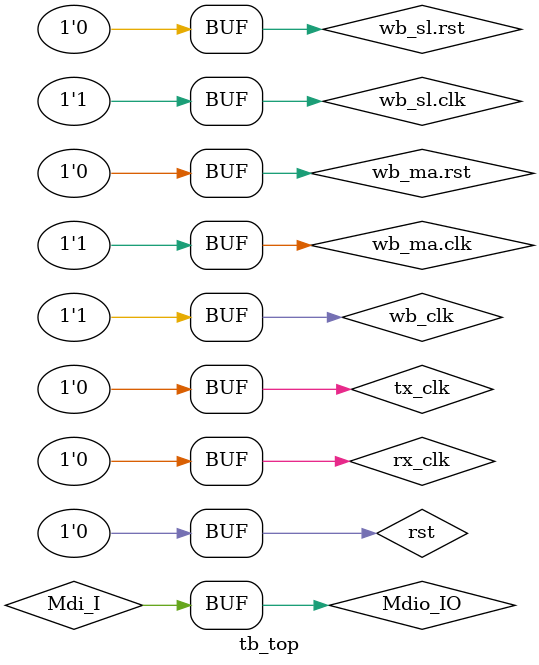
<source format=sv>


`include "timescale.v"

`include "wb_if.sv"

module tb_top;

// Clock and reset drivers
bit tx_clk = 0;
bit rx_clk = 0;
bit wb_clk;
bit rst = 0;


//
// Wishbone Signals
//
wb_if wb_sl();   // Slave interface on DUT
wb_if wb_ma();   // Master interface on DUT
wire wb_int;

assign wb_ma.clk = wb_clk;
assign wb_sl.clk = wb_clk;
assign wb_ma.rst = rst;
assign wb_sl.rst = rst;
assign wb_ma.adr[63:32] = 32'h0000_0000;

wire          Mdi_I;
wire          Mdo_O;
wire          Mdo_OE;
tri           Mdio_IO;
wire          Mdc_O;


//
// DUT
//
eth_top dut (// WISHBONE common
             .wb_clk_i(wb_sl.clk),
             .wb_rst_i(wb_sl.rst), 
             .int_o   (wb_int),

             // WISHBONE slave
             .wb_adr_i(wb_sl.adr[11:2]),
             .wb_sel_i(wb_sl.sel[3:0]),
             .wb_we_i (wb_sl.we), 
             .wb_cyc_i(wb_sl.cyc),
             .wb_stb_i(wb_sl.stb),
             .wb_ack_o(wb_sl.ack), 
             .wb_err_o(wb_sl.err),
             .wb_dat_i(wb_sl.wdat[31:0]),
             .wb_dat_o(wb_sl.rdat[31:0]), 
 	
             // WISHBONE master
             .m_wb_adr_o(wb_ma.adr[31:0]),
             .m_wb_sel_o(wb_ma.sel[3:0]),
             .m_wb_we_o (wb_ma.we), 
             .m_wb_dat_i(wb_ma.rdat[31:0]),
             .m_wb_dat_o(wb_ma.wdat[31:0]),
             .m_wb_cyc_o(wb_ma.cyc), 
             .m_wb_stb_o(wb_ma.stb),
             .m_wb_ack_i(wb_ma.ack),
             .m_wb_err_i(wb_ma.err), 

`ifdef ETH_WISHBONE_B3
             .m_wb_cti_o(wb_ma.cti),
             .m_wb_bte_o(wb_ma.bte),
`endif

             // MII TX
             .mtx_clk_pad_i(1'b0),
             .mtxd_pad_o   (),
             .mtxen_pad_o  (),
             .mtxerr_pad_o (),

             // MII RX
             .mrx_clk_pad_i(1'b0),
             .mrxd_pad_i   (),
             .mrxdv_pad_i  (),
             .mrxerr_pad_i (), 
             .mcoll_pad_i  (),
             .mcrs_pad_i   (), 
  
             // MII Management
             .mdc_pad_o (Mdc_O),
             .md_pad_i  (Mdi_I),
             .md_pad_o  (Mdo_O),
             .md_padoe_o(Mdo_OE)
  
             // Bist
`ifdef ETH_BIST
             ,
             .mbist_si_i   (1'b0),
             .mbist_so_o   (),
             .mbist_ctrl_i (3'b001) // {enable, clock, reset}
`endif
);


//
// Tristated busses
//
assign Mdio_IO = Mdo_OE ? Mdo_O : 1'bz ;
assign Mdi_I   = Mdio_IO;


//
// Clock generators
//
always
begin
  #15; wb_clk = 0;
  #15; wb_clk = 1;
end
endmodule: tb_top

</source>
